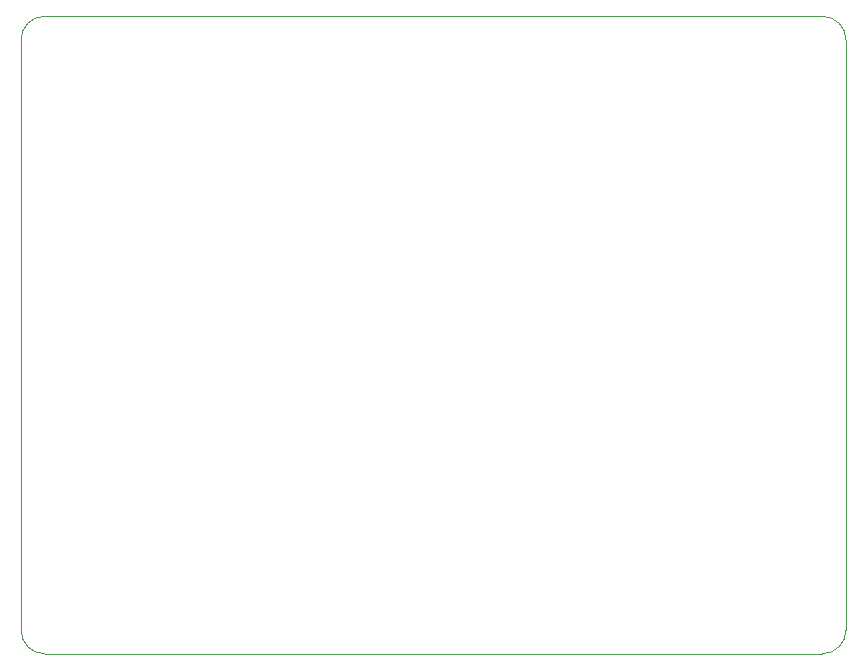
<source format=gm1>
G04 #@! TF.GenerationSoftware,KiCad,Pcbnew,9.0.0*
G04 #@! TF.CreationDate,2025-07-06T15:52:53-05:00*
G04 #@! TF.ProjectId,silver-platter,73696c76-6572-42d7-906c-61747465722e,rev?*
G04 #@! TF.SameCoordinates,Original*
G04 #@! TF.FileFunction,Profile,NP*
%FSLAX46Y46*%
G04 Gerber Fmt 4.6, Leading zero omitted, Abs format (unit mm)*
G04 Created by KiCad (PCBNEW 9.0.0) date 2025-07-06 15:52:53*
%MOMM*%
%LPD*%
G01*
G04 APERTURE LIST*
G04 #@! TA.AperFunction,Profile*
%ADD10C,0.050000*%
G04 #@! TD*
G04 APERTURE END LIST*
D10*
X118110000Y-75025000D02*
G75*
G02*
X120110000Y-73025000I2000000J0D01*
G01*
X118110000Y-125000000D02*
X118110000Y-75025000D01*
X187960000Y-125000000D02*
G75*
G02*
X185960000Y-127000000I-2000000J0D01*
G01*
X120110000Y-73025000D02*
X185960000Y-73025000D01*
X185960000Y-127000000D02*
X120110000Y-127000000D01*
X187960000Y-75025000D02*
X187960000Y-125000000D01*
X185960000Y-73025000D02*
G75*
G02*
X187960000Y-75025000I0J-2000000D01*
G01*
X120110000Y-127000000D02*
G75*
G02*
X118110000Y-125000000I0J2000000D01*
G01*
M02*

</source>
